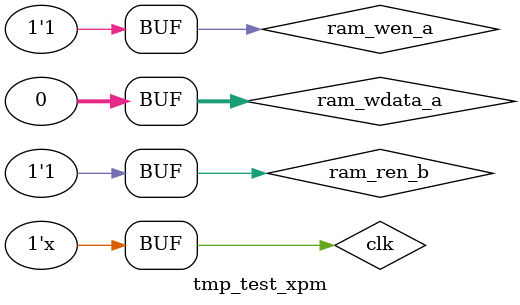
<source format=sv>
`timescale 1ns/1ps
module tmp_test_xpm();
reg        clk         ='d0;
reg        ram_ren_b   ='d1;
reg [16:0] ram_raddr_b ='d0;
wire[31:0] ram_rdata_b ;
reg        ram_wen_a   = 4'hf;
reg [16:0] ram_waddr_a =  'd0;
reg [16:0] ram_waddr_a_d0 =  'd0;
reg [31:0] ram_wdata_a =  'd0;

always #3.125 clk = ~clk;
always @ (posedge clk) begin
    ram_waddr_a     <= ram_waddr_a+1;
    ram_waddr_a_d0  <= ram_waddr_a;
    ram_raddr_b     <= ram_waddr_a_d0;
end

//----//----//----//----//----//----//----//----  URAM //----//----//----//----//----//----//----//----
xpm_memory_sdpram #(
    .ADDR_WIDTH_A             (17             ),
    .ADDR_WIDTH_B             (17             ),
    .AUTO_SLEEP_TIME          (0              ),
    .BYTE_WRITE_WIDTH_A       (32             ),
    .CASCADE_HEIGHT           (0              ),
    .CLOCKING_MODE            ("common_clock" ),
    .ECC_MODE                 ("no_ecc"       ),
    .MEMORY_INIT_FILE         ("none"         ),
    .MEMORY_INIT_PARAM        ("0"            ),
    .MEMORY_OPTIMIZATION      ("true"         ),
    .MEMORY_PRIMITIVE         ("ultra"         ), // "ultra"
    .MEMORY_SIZE              (2228224        ),//2048*(32+2)*32
    .MESSAGE_CONTROL          (0              ),
    .READ_DATA_WIDTH_B        (32             ),
    .READ_LATENCY_B           (2              ),
    .READ_RESET_VALUE_B       ("0"            ),
    .RST_MODE_A               ("SYNC"         ),
    .RST_MODE_B               ("SYNC"         ),
    .SIM_ASSERT_CHK           (0              ),
    .USE_EMBEDDED_CONSTRAINT  (0              ),
    .USE_MEM_INIT             (1              ),
    .USE_MEM_INIT_MMI         (0              ),
    .WAKEUP_TIME              ("disable_sleep"),
    .WRITE_DATA_WIDTH_A       (32             ),
    .WRITE_MODE_B             ("read_first"   ),
    .WRITE_PROTECT            (1              )
)
u_xpm_memory_sdpram_32x2048 (
    .dbiterrb       (             ),
    .doutb          (ram_rdata_b  ),
    .sbiterrb       (             ),
    .addra          (ram_waddr_a  ),
    .addrb          (ram_raddr_b  ),
    .clka           (clk          ),
    .clkb           (clk          ),
    .dina           ({15'd0,ram_waddr_a} ),
    .ena            (ram_wen_a    ),
    .enb            (ram_ren_b    ),
    .injectdbiterra (1'b0         ),
    .injectsbiterra (1'b0         ),
    .regceb         (1'b1         ),
    .rstb           (1'b0         ),
    .sleep          (1'b0         ),
    .wea            (ram_wen_a    )
);


endmodule
</source>
